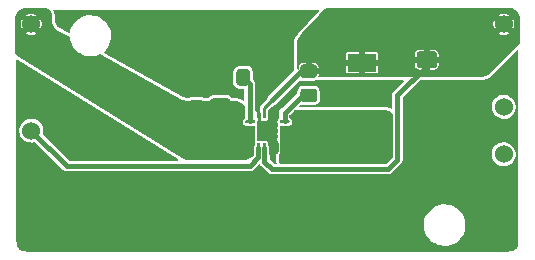
<source format=gbr>
%TF.GenerationSoftware,KiCad,Pcbnew,(5.99.0-1662-g9db296991)*%
%TF.CreationDate,2020-05-29T20:42:40+05:30*%
%TF.ProjectId,TPS62133,54505336-3231-4333-932e-6b696361645f,rev?*%
%TF.SameCoordinates,Original*%
%TF.FileFunction,Copper,L1,Top*%
%TF.FilePolarity,Positive*%
%FSLAX46Y46*%
G04 Gerber Fmt 4.6, Leading zero omitted, Abs format (unit mm)*
G04 Created by KiCad (PCBNEW (5.99.0-1662-g9db296991)) date 2020-05-29 20:42:40*
%MOMM*%
%LPD*%
G01*
G04 APERTURE LIST*
%TA.AperFunction,ComponentPad*%
%ADD10C,1.524000*%
%TD*%
%TA.AperFunction,SMDPad,CuDef*%
%ADD11R,2.400000X1.500000*%
%TD*%
%TA.AperFunction,ViaPad*%
%ADD12C,0.500000*%
%TD*%
%TA.AperFunction,SMDPad,CuDef*%
%ADD13R,1.680000X1.680000*%
%TD*%
%TA.AperFunction,ViaPad*%
%ADD14C,0.800000*%
%TD*%
%TA.AperFunction,Conductor*%
%ADD15C,0.250000*%
%TD*%
%TA.AperFunction,Conductor*%
%ADD16C,0.381000*%
%TD*%
G04 APERTURE END LIST*
D10*
%TO.P,DB1,1,in+*%
%TO.N,/Vin*%
X12000000Y-12000000D03*
%TO.P,DB1,2,GND*%
%TO.N,GNDREF*%
X12000000Y-30000000D03*
%TO.P,DB1,5,en*%
%TO.N,/EN*%
X12000000Y-21000000D03*
%TO.P,DB1,4,GND*%
%TO.N,GNDREF*%
X52000000Y-30000000D03*
%TO.P,DB1,6,D+*%
%TO.N,Net-(DB1-Pad6)*%
X52000000Y-19000000D03*
%TO.P,DB1,3,out+*%
%TO.N,/+5V*%
X52000000Y-12000000D03*
%TO.P,DB1,7,D-*%
%TO.N,Net-(DB1-Pad7)*%
X52000000Y-23000000D03*
%TD*%
%TO.P,C4,2*%
%TO.N,GNDREF*%
%TA.AperFunction,SMDPad,CuDef*%
G36*
G01*
X44875000Y-17275000D02*
X46125000Y-17275000D01*
G75*
G02*
X46375000Y-17525000I0J-250000D01*
G01*
X46375000Y-18450000D01*
G75*
G02*
X46125000Y-18700000I-250000J0D01*
G01*
X44875000Y-18700000D01*
G75*
G02*
X44625000Y-18450000I0J250000D01*
G01*
X44625000Y-17525000D01*
G75*
G02*
X44875000Y-17275000I250000J0D01*
G01*
G37*
%TD.AperFunction*%
%TO.P,C4,1*%
%TO.N,/+5V*%
%TA.AperFunction,SMDPad,CuDef*%
G36*
G01*
X44875000Y-14300000D02*
X46125000Y-14300000D01*
G75*
G02*
X46375000Y-14550000I0J-250000D01*
G01*
X46375000Y-15475000D01*
G75*
G02*
X46125000Y-15725000I-250000J0D01*
G01*
X44875000Y-15725000D01*
G75*
G02*
X44625000Y-15475000I0J250000D01*
G01*
X44625000Y-14550000D01*
G75*
G02*
X44875000Y-14300000I250000J0D01*
G01*
G37*
%TD.AperFunction*%
%TD*%
D11*
%TO.P,L1,2*%
%TO.N,/+5V*%
X40000000Y-15250000D03*
%TO.P,L1,1*%
%TO.N,Net-(L1-Pad1)*%
X40000000Y-20750000D03*
%TD*%
D12*
%TO.N,GNDREF*%
%TO.C,U1*%
X31410000Y-20410000D03*
X32590000Y-20410000D03*
X31410000Y-21590000D03*
X32590000Y-21590000D03*
D13*
%TD*%
%TO.P,U1,17,EP*%
%TO.N,GNDREF*%
X32000000Y-21000000D03*
%TO.P,U1,16,PGND*%
%TO.N,GNDREF*%
%TA.AperFunction,SMDPad,CuDef*%
G36*
G01*
X32875000Y-22112500D02*
X32875000Y-22812500D01*
G75*
G02*
X32812500Y-22875000I-62500J0D01*
G01*
X32687500Y-22875000D01*
G75*
G02*
X32625000Y-22812500I0J62500D01*
G01*
X32625000Y-22112500D01*
G75*
G02*
X32687500Y-22050000I62500J0D01*
G01*
X32812500Y-22050000D01*
G75*
G02*
X32875000Y-22112500I0J-62500D01*
G01*
G37*
%TD.AperFunction*%
%TO.P,U1,15,PGND*%
%TA.AperFunction,SMDPad,CuDef*%
G36*
G01*
X32375000Y-22112500D02*
X32375000Y-22812500D01*
G75*
G02*
X32312500Y-22875000I-62500J0D01*
G01*
X32187500Y-22875000D01*
G75*
G02*
X32125000Y-22812500I0J62500D01*
G01*
X32125000Y-22112500D01*
G75*
G02*
X32187500Y-22050000I62500J0D01*
G01*
X32312500Y-22050000D01*
G75*
G02*
X32375000Y-22112500I0J-62500D01*
G01*
G37*
%TD.AperFunction*%
%TO.P,U1,14,VOS*%
%TO.N,/+5V*%
%TA.AperFunction,SMDPad,CuDef*%
G36*
G01*
X31875000Y-22112500D02*
X31875000Y-22812500D01*
G75*
G02*
X31812500Y-22875000I-62500J0D01*
G01*
X31687500Y-22875000D01*
G75*
G02*
X31625000Y-22812500I0J62500D01*
G01*
X31625000Y-22112500D01*
G75*
G02*
X31687500Y-22050000I62500J0D01*
G01*
X31812500Y-22050000D01*
G75*
G02*
X31875000Y-22112500I0J-62500D01*
G01*
G37*
%TD.AperFunction*%
%TO.P,U1,13,en*%
%TO.N,/EN*%
%TA.AperFunction,SMDPad,CuDef*%
G36*
G01*
X31375000Y-22112500D02*
X31375000Y-22812500D01*
G75*
G02*
X31312500Y-22875000I-62500J0D01*
G01*
X31187500Y-22875000D01*
G75*
G02*
X31125000Y-22812500I0J62500D01*
G01*
X31125000Y-22112500D01*
G75*
G02*
X31187500Y-22050000I62500J0D01*
G01*
X31312500Y-22050000D01*
G75*
G02*
X31375000Y-22112500I0J-62500D01*
G01*
G37*
%TD.AperFunction*%
%TO.P,U1,12,PVin*%
%TO.N,/Vin*%
%TA.AperFunction,SMDPad,CuDef*%
G36*
G01*
X30950000Y-21687500D02*
X30950000Y-21812500D01*
G75*
G02*
X30887500Y-21875000I-62500J0D01*
G01*
X30187500Y-21875000D01*
G75*
G02*
X30125000Y-21812500I0J62500D01*
G01*
X30125000Y-21687500D01*
G75*
G02*
X30187500Y-21625000I62500J0D01*
G01*
X30887500Y-21625000D01*
G75*
G02*
X30950000Y-21687500I0J-62500D01*
G01*
G37*
%TD.AperFunction*%
%TO.P,U1,11,PVin*%
%TA.AperFunction,SMDPad,CuDef*%
G36*
G01*
X30950000Y-21187500D02*
X30950000Y-21312500D01*
G75*
G02*
X30887500Y-21375000I-62500J0D01*
G01*
X30187500Y-21375000D01*
G75*
G02*
X30125000Y-21312500I0J62500D01*
G01*
X30125000Y-21187500D01*
G75*
G02*
X30187500Y-21125000I62500J0D01*
G01*
X30887500Y-21125000D01*
G75*
G02*
X30950000Y-21187500I0J-62500D01*
G01*
G37*
%TD.AperFunction*%
%TO.P,U1,10,AVin*%
%TA.AperFunction,SMDPad,CuDef*%
G36*
G01*
X30950000Y-20687500D02*
X30950000Y-20812500D01*
G75*
G02*
X30887500Y-20875000I-62500J0D01*
G01*
X30187500Y-20875000D01*
G75*
G02*
X30125000Y-20812500I0J62500D01*
G01*
X30125000Y-20687500D01*
G75*
G02*
X30187500Y-20625000I62500J0D01*
G01*
X30887500Y-20625000D01*
G75*
G02*
X30950000Y-20687500I0J-62500D01*
G01*
G37*
%TD.AperFunction*%
%TO.P,U1,9,SS_TR*%
%TO.N,Net-(C2-Pad1)*%
%TA.AperFunction,SMDPad,CuDef*%
G36*
G01*
X30950000Y-20187500D02*
X30950000Y-20312500D01*
G75*
G02*
X30887500Y-20375000I-62500J0D01*
G01*
X30187500Y-20375000D01*
G75*
G02*
X30125000Y-20312500I0J62500D01*
G01*
X30125000Y-20187500D01*
G75*
G02*
X30187500Y-20125000I62500J0D01*
G01*
X30887500Y-20125000D01*
G75*
G02*
X30950000Y-20187500I0J-62500D01*
G01*
G37*
%TD.AperFunction*%
%TO.P,U1,8,DEF*%
%TO.N,GNDREF*%
%TA.AperFunction,SMDPad,CuDef*%
G36*
G01*
X31375000Y-19187500D02*
X31375000Y-19887500D01*
G75*
G02*
X31312500Y-19950000I-62500J0D01*
G01*
X31187500Y-19950000D01*
G75*
G02*
X31125000Y-19887500I0J62500D01*
G01*
X31125000Y-19187500D01*
G75*
G02*
X31187500Y-19125000I62500J0D01*
G01*
X31312500Y-19125000D01*
G75*
G02*
X31375000Y-19187500I0J-62500D01*
G01*
G37*
%TD.AperFunction*%
%TO.P,U1,7,FSW*%
%TO.N,/+5V*%
%TA.AperFunction,SMDPad,CuDef*%
G36*
G01*
X31875000Y-19187500D02*
X31875000Y-19887500D01*
G75*
G02*
X31812500Y-19950000I-62500J0D01*
G01*
X31687500Y-19950000D01*
G75*
G02*
X31625000Y-19887500I0J62500D01*
G01*
X31625000Y-19187500D01*
G75*
G02*
X31687500Y-19125000I62500J0D01*
G01*
X31812500Y-19125000D01*
G75*
G02*
X31875000Y-19187500I0J-62500D01*
G01*
G37*
%TD.AperFunction*%
%TO.P,U1,6,AGND*%
%TO.N,GNDREF*%
%TA.AperFunction,SMDPad,CuDef*%
G36*
G01*
X32375000Y-19187500D02*
X32375000Y-19887500D01*
G75*
G02*
X32312500Y-19950000I-62500J0D01*
G01*
X32187500Y-19950000D01*
G75*
G02*
X32125000Y-19887500I0J62500D01*
G01*
X32125000Y-19187500D01*
G75*
G02*
X32187500Y-19125000I62500J0D01*
G01*
X32312500Y-19125000D01*
G75*
G02*
X32375000Y-19187500I0J-62500D01*
G01*
G37*
%TD.AperFunction*%
%TO.P,U1,5,FB*%
%TA.AperFunction,SMDPad,CuDef*%
G36*
G01*
X32875000Y-19187500D02*
X32875000Y-19887500D01*
G75*
G02*
X32812500Y-19950000I-62500J0D01*
G01*
X32687500Y-19950000D01*
G75*
G02*
X32625000Y-19887500I0J62500D01*
G01*
X32625000Y-19187500D01*
G75*
G02*
X32687500Y-19125000I62500J0D01*
G01*
X32812500Y-19125000D01*
G75*
G02*
X32875000Y-19187500I0J-62500D01*
G01*
G37*
%TD.AperFunction*%
%TO.P,U1,4,PG*%
%TO.N,Net-(R1-Pad1)*%
%TA.AperFunction,SMDPad,CuDef*%
G36*
G01*
X33875000Y-20187500D02*
X33875000Y-20312500D01*
G75*
G02*
X33812500Y-20375000I-62500J0D01*
G01*
X33112500Y-20375000D01*
G75*
G02*
X33050000Y-20312500I0J62500D01*
G01*
X33050000Y-20187500D01*
G75*
G02*
X33112500Y-20125000I62500J0D01*
G01*
X33812500Y-20125000D01*
G75*
G02*
X33875000Y-20187500I0J-62500D01*
G01*
G37*
%TD.AperFunction*%
%TO.P,U1,3,SW*%
%TO.N,Net-(L1-Pad1)*%
%TA.AperFunction,SMDPad,CuDef*%
G36*
G01*
X33875000Y-20687500D02*
X33875000Y-20812500D01*
G75*
G02*
X33812500Y-20875000I-62500J0D01*
G01*
X33112500Y-20875000D01*
G75*
G02*
X33050000Y-20812500I0J62500D01*
G01*
X33050000Y-20687500D01*
G75*
G02*
X33112500Y-20625000I62500J0D01*
G01*
X33812500Y-20625000D01*
G75*
G02*
X33875000Y-20687500I0J-62500D01*
G01*
G37*
%TD.AperFunction*%
%TO.P,U1,2,SW*%
%TA.AperFunction,SMDPad,CuDef*%
G36*
G01*
X33875000Y-21187500D02*
X33875000Y-21312500D01*
G75*
G02*
X33812500Y-21375000I-62500J0D01*
G01*
X33112500Y-21375000D01*
G75*
G02*
X33050000Y-21312500I0J62500D01*
G01*
X33050000Y-21187500D01*
G75*
G02*
X33112500Y-21125000I62500J0D01*
G01*
X33812500Y-21125000D01*
G75*
G02*
X33875000Y-21187500I0J-62500D01*
G01*
G37*
%TD.AperFunction*%
%TO.P,U1,1,SW*%
%TA.AperFunction,SMDPad,CuDef*%
G36*
G01*
X33875000Y-21687500D02*
X33875000Y-21812500D01*
G75*
G02*
X33812500Y-21875000I-62500J0D01*
G01*
X33112500Y-21875000D01*
G75*
G02*
X33050000Y-21812500I0J62500D01*
G01*
X33050000Y-21687500D01*
G75*
G02*
X33112500Y-21625000I62500J0D01*
G01*
X33812500Y-21625000D01*
G75*
G02*
X33875000Y-21687500I0J-62500D01*
G01*
G37*
%TD.AperFunction*%
%TD*%
%TO.P,R1,2*%
%TO.N,/+5V*%
%TA.AperFunction,SMDPad,CuDef*%
G36*
G01*
X35950001Y-16550000D02*
X35049999Y-16550000D01*
G75*
G02*
X34800000Y-16300001I0J249999D01*
G01*
X34800000Y-15649999D01*
G75*
G02*
X35049999Y-15400000I249999J0D01*
G01*
X35950001Y-15400000D01*
G75*
G02*
X36200000Y-15649999I0J-249999D01*
G01*
X36200000Y-16300001D01*
G75*
G02*
X35950001Y-16550000I-249999J0D01*
G01*
G37*
%TD.AperFunction*%
%TO.P,R1,1*%
%TO.N,Net-(R1-Pad1)*%
%TA.AperFunction,SMDPad,CuDef*%
G36*
G01*
X35950001Y-18600000D02*
X35049999Y-18600000D01*
G75*
G02*
X34800000Y-18350001I0J249999D01*
G01*
X34800000Y-17699999D01*
G75*
G02*
X35049999Y-17450000I249999J0D01*
G01*
X35950001Y-17450000D01*
G75*
G02*
X36200000Y-17699999I0J-249999D01*
G01*
X36200000Y-18350001D01*
G75*
G02*
X35950001Y-18600000I-249999J0D01*
G01*
G37*
%TD.AperFunction*%
%TD*%
%TO.P,C3,2*%
%TO.N,GNDREF*%
%TA.AperFunction,SMDPad,CuDef*%
G36*
G01*
X28625000Y-16737500D02*
X27375000Y-16737500D01*
G75*
G02*
X27125000Y-16487500I0J250000D01*
G01*
X27125000Y-15562500D01*
G75*
G02*
X27375000Y-15312500I250000J0D01*
G01*
X28625000Y-15312500D01*
G75*
G02*
X28875000Y-15562500I0J-250000D01*
G01*
X28875000Y-16487500D01*
G75*
G02*
X28625000Y-16737500I-250000J0D01*
G01*
G37*
%TD.AperFunction*%
%TO.P,C3,1*%
%TO.N,/Vin*%
%TA.AperFunction,SMDPad,CuDef*%
G36*
G01*
X28625000Y-19712500D02*
X27375000Y-19712500D01*
G75*
G02*
X27125000Y-19462500I0J250000D01*
G01*
X27125000Y-18537500D01*
G75*
G02*
X27375000Y-18287500I250000J0D01*
G01*
X28625000Y-18287500D01*
G75*
G02*
X28875000Y-18537500I0J-250000D01*
G01*
X28875000Y-19462500D01*
G75*
G02*
X28625000Y-19712500I-250000J0D01*
G01*
G37*
%TD.AperFunction*%
%TD*%
%TO.P,C2,2*%
%TO.N,GNDREF*%
%TA.AperFunction,SMDPad,CuDef*%
G36*
G01*
X31425000Y-16950001D02*
X31425000Y-16049999D01*
G75*
G02*
X31674999Y-15800000I249999J0D01*
G01*
X32325001Y-15800000D01*
G75*
G02*
X32575000Y-16049999I0J-249999D01*
G01*
X32575000Y-16950001D01*
G75*
G02*
X32325001Y-17200000I-249999J0D01*
G01*
X31674999Y-17200000D01*
G75*
G02*
X31425000Y-16950001I0J249999D01*
G01*
G37*
%TD.AperFunction*%
%TO.P,C2,1*%
%TO.N,Net-(C2-Pad1)*%
%TA.AperFunction,SMDPad,CuDef*%
G36*
G01*
X29375000Y-16950001D02*
X29375000Y-16049999D01*
G75*
G02*
X29624999Y-15800000I249999J0D01*
G01*
X30275001Y-15800000D01*
G75*
G02*
X30525000Y-16049999I0J-249999D01*
G01*
X30525000Y-16950001D01*
G75*
G02*
X30275001Y-17200000I-249999J0D01*
G01*
X29624999Y-17200000D01*
G75*
G02*
X29375000Y-16950001I0J249999D01*
G01*
G37*
%TD.AperFunction*%
%TD*%
%TO.P,C1,2*%
%TO.N,GNDREF*%
%TA.AperFunction,SMDPad,CuDef*%
G36*
G01*
X26450001Y-17550000D02*
X25549999Y-17550000D01*
G75*
G02*
X25300000Y-17300001I0J249999D01*
G01*
X25300000Y-16649999D01*
G75*
G02*
X25549999Y-16400000I249999J0D01*
G01*
X26450001Y-16400000D01*
G75*
G02*
X26700000Y-16649999I0J-249999D01*
G01*
X26700000Y-17300001D01*
G75*
G02*
X26450001Y-17550000I-249999J0D01*
G01*
G37*
%TD.AperFunction*%
%TO.P,C1,1*%
%TO.N,/Vin*%
%TA.AperFunction,SMDPad,CuDef*%
G36*
G01*
X26450001Y-19600000D02*
X25549999Y-19600000D01*
G75*
G02*
X25300000Y-19350001I0J249999D01*
G01*
X25300000Y-18699999D01*
G75*
G02*
X25549999Y-18450000I249999J0D01*
G01*
X26450001Y-18450000D01*
G75*
G02*
X26700000Y-18699999I0J-249999D01*
G01*
X26700000Y-19350001D01*
G75*
G02*
X26450001Y-19600000I-249999J0D01*
G01*
G37*
%TD.AperFunction*%
%TD*%
D14*
%TO.N,GNDREF*%
X47000000Y-20500000D03*
X46000000Y-20500000D03*
X45000000Y-20500000D03*
X44000000Y-20500000D03*
X44000000Y-19500000D03*
X44000000Y-18500000D03*
X47000000Y-17500000D03*
X47000000Y-18500000D03*
X47000000Y-19500000D03*
X46000000Y-19500000D03*
X45000000Y-19500000D03*
X33500000Y-14000000D03*
X33500000Y-15000000D03*
X29500000Y-14000000D03*
X30500000Y-14000000D03*
X24500000Y-17500000D03*
X24500000Y-16500000D03*
X24500000Y-15500000D03*
X24500000Y-14500000D03*
X24500000Y-13500000D03*
X31500000Y-18000000D03*
X33500000Y-16000000D03*
X32500000Y-14000000D03*
X31500000Y-14000000D03*
X32500000Y-15000000D03*
X31500000Y-15000000D03*
X25500000Y-13500000D03*
X26500000Y-13500000D03*
X27500000Y-13500000D03*
X28500000Y-13500000D03*
X28500000Y-14500000D03*
X27500000Y-14500000D03*
X26500000Y-14500000D03*
X25500000Y-14500000D03*
X26500000Y-15500000D03*
X25500000Y-15500000D03*
%TD*%
D15*
%TO.N,/+5V*%
X31750000Y-19077692D02*
X31750000Y-19537500D01*
X32427692Y-18400000D02*
X31750000Y-19077692D01*
D16*
%TO.N,Net-(C2-Pad1)*%
X30500000Y-17050000D02*
X30500000Y-20196990D01*
X29950000Y-16500000D02*
X30500000Y-17050000D01*
X30500000Y-20196990D02*
X30537500Y-20234490D01*
%TO.N,/+5V*%
X35500000Y-15975000D02*
X34852692Y-15975000D01*
X34852692Y-15975000D02*
X32427692Y-18400000D01*
X43000000Y-23500000D02*
X43000000Y-18000000D01*
X32350000Y-24250000D02*
X42250000Y-24250000D01*
X31750000Y-22462500D02*
X31750000Y-23650000D01*
X42250000Y-24250000D02*
X43000000Y-23500000D01*
X45500000Y-15500000D02*
X45500000Y-15012500D01*
X31750000Y-23650000D02*
X32350000Y-24250000D01*
X43000000Y-18000000D02*
X45500000Y-15500000D01*
D15*
%TO.N,GNDREF*%
X31250000Y-19537500D02*
X31275010Y-19562510D01*
X31275010Y-19562510D02*
X31275010Y-20275010D01*
X31275010Y-20275010D02*
X31410000Y-20410000D01*
D16*
%TO.N,Net-(R1-Pad1)*%
X34975000Y-18025000D02*
X33462500Y-19537500D01*
X35500000Y-18025000D02*
X34975000Y-18025000D01*
X33462500Y-19537500D02*
X33462500Y-20234490D01*
%TO.N,/EN*%
X15000000Y-24000000D02*
X30500000Y-24000000D01*
X12000000Y-21000000D02*
X15000000Y-24000000D01*
X30500000Y-24000000D02*
X31234490Y-23265510D01*
X31234490Y-23265510D02*
X31234490Y-22462500D01*
%TD*%
%TO.N,GNDREF*%
G36*
X53227694Y-14219904D02*
G01*
X53246000Y-14264098D01*
X53246001Y-30452555D01*
X53243255Y-30470878D01*
X53242349Y-30473831D01*
X53225225Y-30642419D01*
X53222685Y-30654793D01*
X53181777Y-30785332D01*
X53176801Y-30796943D01*
X53110472Y-30916603D01*
X53103263Y-30926975D01*
X53014239Y-31030842D01*
X53005091Y-31039554D01*
X52896993Y-31123403D01*
X52886280Y-31130097D01*
X52763530Y-31190497D01*
X52751690Y-31194900D01*
X52615470Y-31230382D01*
X52604511Y-31232216D01*
X52480125Y-31241788D01*
X52473362Y-31243683D01*
X52456503Y-31246000D01*
X11547441Y-31246000D01*
X11529118Y-31243254D01*
X11526168Y-31242349D01*
X11357581Y-31225225D01*
X11345207Y-31222685D01*
X11214668Y-31181777D01*
X11203057Y-31176801D01*
X11083397Y-31110472D01*
X11073025Y-31103263D01*
X10969158Y-31014239D01*
X10960446Y-31005091D01*
X10876597Y-30896993D01*
X10869903Y-30886280D01*
X10809503Y-30763530D01*
X10805100Y-30751690D01*
X10769618Y-30615470D01*
X10767784Y-30604511D01*
X10758212Y-30480125D01*
X10756317Y-30473362D01*
X10754000Y-30456503D01*
X10754000Y-29084397D01*
X45243109Y-29084397D01*
X45274879Y-29343148D01*
X45344549Y-29594368D01*
X45450587Y-29832532D01*
X45590661Y-30052405D01*
X45761697Y-30249159D01*
X45959935Y-30418470D01*
X46181027Y-30556624D01*
X46420101Y-30660575D01*
X46671927Y-30728051D01*
X46930945Y-30757562D01*
X47191488Y-30748464D01*
X47447825Y-30700955D01*
X47694324Y-30616077D01*
X47925572Y-30495696D01*
X48136484Y-30342459D01*
X48322425Y-30159735D01*
X48479317Y-29951532D01*
X48603715Y-29722420D01*
X48692881Y-29477438D01*
X48744854Y-29221977D01*
X48754081Y-28869649D01*
X48715546Y-28611809D01*
X48639326Y-28362503D01*
X48527089Y-28127193D01*
X48381303Y-27911058D01*
X48205183Y-27718858D01*
X48002572Y-27554786D01*
X47777952Y-27422475D01*
X47536226Y-27324812D01*
X47282730Y-27263954D01*
X47023010Y-27241233D01*
X46762810Y-27257148D01*
X46507803Y-27311351D01*
X46263609Y-27402653D01*
X46035600Y-27529040D01*
X45828767Y-27687749D01*
X45647668Y-27875281D01*
X45496280Y-28087519D01*
X45377924Y-28319807D01*
X45295202Y-28567039D01*
X45249932Y-28823780D01*
X45243109Y-29084397D01*
X10754000Y-29084397D01*
X10754000Y-15068959D01*
X10772306Y-15024765D01*
X10816500Y-15006459D01*
X10849460Y-15015856D01*
X24418304Y-23437897D01*
X24446200Y-23476757D01*
X24438447Y-23523960D01*
X24385344Y-23553500D01*
X15210834Y-23553500D01*
X15166640Y-23535194D01*
X12990337Y-21358892D01*
X12973584Y-21300851D01*
X13012865Y-21127958D01*
X13016043Y-20900376D01*
X12977341Y-20704920D01*
X12901414Y-20520710D01*
X12791152Y-20354753D01*
X12650753Y-20213368D01*
X12485567Y-20101951D01*
X12301889Y-20024740D01*
X12106724Y-19984679D01*
X12106706Y-19984678D01*
X11907470Y-19983287D01*
X11711748Y-20020624D01*
X11527014Y-20095261D01*
X11360293Y-20204361D01*
X11217932Y-20343770D01*
X11105364Y-20508171D01*
X11026872Y-20691310D01*
X10985447Y-20886196D01*
X10982665Y-21085427D01*
X11018635Y-21281404D01*
X11091979Y-21466655D01*
X11199916Y-21634138D01*
X11338325Y-21777465D01*
X11501938Y-21891179D01*
X11684525Y-21970949D01*
X11879123Y-22013733D01*
X12078320Y-22017906D01*
X12274547Y-21983306D01*
X12292270Y-21976432D01*
X12359064Y-21990509D01*
X14668563Y-24300009D01*
X14672247Y-24304029D01*
X14708568Y-24347315D01*
X14757518Y-24375576D01*
X14762116Y-24378506D01*
X14808391Y-24410907D01*
X14819711Y-24413941D01*
X14834782Y-24420184D01*
X14844931Y-24426043D01*
X14900578Y-24435855D01*
X14905903Y-24437036D01*
X14960484Y-24451662D01*
X15016768Y-24446738D01*
X15022215Y-24446500D01*
X30477788Y-24446500D01*
X30483236Y-24446738D01*
X30539515Y-24451662D01*
X30594098Y-24437035D01*
X30599424Y-24435854D01*
X30655068Y-24426043D01*
X30665216Y-24420184D01*
X30680294Y-24413938D01*
X30691610Y-24410906D01*
X30737878Y-24378509D01*
X30742476Y-24375579D01*
X30791432Y-24347314D01*
X30827760Y-24304021D01*
X30831444Y-24300001D01*
X31266139Y-23865306D01*
X31310333Y-23847000D01*
X31361531Y-23873653D01*
X31371504Y-23887897D01*
X31374433Y-23892495D01*
X31402686Y-23941432D01*
X31445973Y-23977754D01*
X31449993Y-23981438D01*
X32018563Y-24550009D01*
X32022247Y-24554029D01*
X32058568Y-24597315D01*
X32107518Y-24625576D01*
X32112116Y-24628506D01*
X32158391Y-24660907D01*
X32169711Y-24663941D01*
X32184782Y-24670184D01*
X32194931Y-24676043D01*
X32250578Y-24685855D01*
X32255903Y-24687036D01*
X32310484Y-24701662D01*
X32366763Y-24696738D01*
X32372211Y-24696500D01*
X42227788Y-24696500D01*
X42233236Y-24696738D01*
X42289515Y-24701662D01*
X42344098Y-24687035D01*
X42349424Y-24685854D01*
X42405068Y-24676043D01*
X42415216Y-24670184D01*
X42430294Y-24663938D01*
X42441610Y-24660906D01*
X42487878Y-24628509D01*
X42492476Y-24625579D01*
X42541432Y-24597314D01*
X42577760Y-24554021D01*
X42581444Y-24550001D01*
X43300011Y-23831435D01*
X43304031Y-23827751D01*
X43347316Y-23791431D01*
X43375577Y-23742481D01*
X43378507Y-23737883D01*
X43410907Y-23691609D01*
X43413941Y-23680289D01*
X43420184Y-23665218D01*
X43426043Y-23655069D01*
X43435855Y-23599422D01*
X43437036Y-23594097D01*
X43451662Y-23539516D01*
X43446738Y-23483237D01*
X43446500Y-23477789D01*
X43446500Y-23085427D01*
X50982665Y-23085427D01*
X51018635Y-23281404D01*
X51091979Y-23466655D01*
X51199916Y-23634138D01*
X51338325Y-23777465D01*
X51501938Y-23891179D01*
X51684525Y-23970949D01*
X51879123Y-24013733D01*
X52078320Y-24017906D01*
X52274548Y-23983306D01*
X52460307Y-23911254D01*
X52628540Y-23804491D01*
X52772828Y-23667088D01*
X52887683Y-23504268D01*
X52968722Y-23322253D01*
X53012865Y-23127958D01*
X53016043Y-22900376D01*
X52977341Y-22704920D01*
X52901414Y-22520710D01*
X52791152Y-22354753D01*
X52650753Y-22213368D01*
X52485567Y-22101951D01*
X52301889Y-22024740D01*
X52106724Y-21984679D01*
X52106706Y-21984678D01*
X51907470Y-21983287D01*
X51711748Y-22020624D01*
X51527014Y-22095261D01*
X51360293Y-22204361D01*
X51217932Y-22343770D01*
X51105364Y-22508171D01*
X51026872Y-22691310D01*
X50985447Y-22886196D01*
X50982665Y-23085427D01*
X43446500Y-23085427D01*
X43446500Y-19085427D01*
X50982665Y-19085427D01*
X51018635Y-19281404D01*
X51091979Y-19466655D01*
X51199916Y-19634138D01*
X51338325Y-19777465D01*
X51501938Y-19891179D01*
X51684525Y-19970949D01*
X51879123Y-20013733D01*
X52078320Y-20017906D01*
X52274548Y-19983306D01*
X52460307Y-19911254D01*
X52628540Y-19804491D01*
X52772828Y-19667088D01*
X52887683Y-19504268D01*
X52968722Y-19322253D01*
X53012865Y-19127958D01*
X53016043Y-18900376D01*
X52977341Y-18704920D01*
X52901414Y-18520710D01*
X52791152Y-18354753D01*
X52650753Y-18213368D01*
X52485567Y-18101951D01*
X52301889Y-18024740D01*
X52106724Y-17984679D01*
X52106706Y-17984678D01*
X51907470Y-17983287D01*
X51711748Y-18020624D01*
X51527014Y-18095261D01*
X51360293Y-18204361D01*
X51217932Y-18343770D01*
X51105364Y-18508171D01*
X51026872Y-18691310D01*
X50985447Y-18886196D01*
X50982665Y-19085427D01*
X43446500Y-19085427D01*
X43446500Y-18210833D01*
X43464806Y-18166639D01*
X44859140Y-16772306D01*
X44903334Y-16754000D01*
X50085776Y-16754000D01*
X50110687Y-16752776D01*
X50305779Y-16733561D01*
X50354609Y-16723847D01*
X50542213Y-16666939D01*
X50588204Y-16647888D01*
X50761092Y-16555479D01*
X50802491Y-16527815D01*
X50954038Y-16403443D01*
X50972513Y-16386698D01*
X53139306Y-14219904D01*
X53183500Y-14201598D01*
X53227694Y-14219904D01*
G37*
G36*
X36328730Y-10772306D02*
G01*
X36347036Y-10816500D01*
X36330782Y-10858542D01*
X34572101Y-12793091D01*
X34557181Y-12811108D01*
X34446353Y-12958237D01*
X34421768Y-12998036D01*
X34339813Y-13162982D01*
X34322938Y-13206627D01*
X34272625Y-13383805D01*
X34264040Y-13429817D01*
X34247081Y-13613185D01*
X34246000Y-13636605D01*
X34246000Y-15499990D01*
X34247224Y-15524901D01*
X34266439Y-15719992D01*
X34276153Y-15768822D01*
X34300486Y-15849038D01*
X34284871Y-15911375D01*
X32084352Y-18111894D01*
X32016785Y-18208392D01*
X31997802Y-18279233D01*
X31981626Y-18307250D01*
X31511483Y-18777394D01*
X31502012Y-18785167D01*
X31475314Y-18803006D01*
X31394527Y-18923914D01*
X31392563Y-18926307D01*
X31391107Y-18929032D01*
X31361536Y-19077692D01*
X31367799Y-19109179D01*
X31369000Y-19121372D01*
X31369000Y-19167608D01*
X31367799Y-19179800D01*
X31366024Y-19188722D01*
X31366024Y-19886277D01*
X31390589Y-20009768D01*
X31460541Y-20114459D01*
X31565234Y-20184412D01*
X31688724Y-20208976D01*
X31811276Y-20208976D01*
X31925307Y-20186294D01*
X31972223Y-20195626D01*
X32000000Y-20247593D01*
X32000000Y-20095275D01*
X32010533Y-20060551D01*
X32058545Y-19988697D01*
X32078918Y-19886276D01*
X32078918Y-19237109D01*
X32097224Y-19192915D01*
X32271833Y-19018306D01*
X32316027Y-19000000D01*
X32505938Y-19000000D01*
X32466264Y-18977095D01*
X32453884Y-18930889D01*
X32471655Y-18894853D01*
X32520442Y-18846066D01*
X32548459Y-18829890D01*
X32619301Y-18810907D01*
X32715798Y-18743340D01*
X34720182Y-16738956D01*
X34764376Y-16720650D01*
X34795626Y-16729023D01*
X34878822Y-16777055D01*
X35053859Y-16807918D01*
X35946150Y-16807917D01*
X36139419Y-16756130D01*
X36155595Y-16754000D01*
X43463667Y-16754000D01*
X43507861Y-16772306D01*
X43526167Y-16816500D01*
X43507861Y-16860694D01*
X42699992Y-17668563D01*
X42695972Y-17672247D01*
X42652685Y-17708569D01*
X42624433Y-17757505D01*
X42621503Y-17762105D01*
X42589092Y-17808392D01*
X42586060Y-17819709D01*
X42579817Y-17834782D01*
X42573956Y-17844934D01*
X42564145Y-17900576D01*
X42562965Y-17905901D01*
X42548338Y-17960485D01*
X42553263Y-18016775D01*
X42553501Y-18022223D01*
X42553501Y-19089543D01*
X42535195Y-19133737D01*
X42491001Y-19152043D01*
X42459752Y-19143670D01*
X42440092Y-19132320D01*
X42319489Y-19082367D01*
X42255459Y-19065210D01*
X42126037Y-19048173D01*
X42092894Y-19046000D01*
X34736334Y-19046000D01*
X34692140Y-19027694D01*
X34673834Y-18983500D01*
X34692140Y-18939306D01*
X34797723Y-18833723D01*
X34841917Y-18815417D01*
X34873169Y-18823792D01*
X34878820Y-18827055D01*
X35053859Y-18857918D01*
X35946151Y-18857917D01*
X36202032Y-18789353D01*
X36338185Y-18675106D01*
X36427055Y-18521179D01*
X36457918Y-18346141D01*
X36457917Y-17703849D01*
X36389353Y-17447968D01*
X36275106Y-17311815D01*
X36121179Y-17222945D01*
X35946140Y-17192082D01*
X35053849Y-17192083D01*
X34797968Y-17260647D01*
X34661815Y-17374894D01*
X34572945Y-17528821D01*
X34542082Y-17703860D01*
X34542082Y-17800584D01*
X34523776Y-17844778D01*
X33302708Y-19065847D01*
X33275304Y-19081667D01*
X33275321Y-19081716D01*
X33275074Y-19081800D01*
X33274684Y-19082025D01*
X33273379Y-19082375D01*
X33152799Y-19132322D01*
X33095367Y-19165480D01*
X33001945Y-19237166D01*
X33000000Y-19237687D01*
X33000000Y-19915600D01*
X32972223Y-19967567D01*
X32924473Y-19999473D01*
X32866455Y-20086303D01*
X32846082Y-20188724D01*
X32846082Y-20311276D01*
X32866456Y-20413699D01*
X32900919Y-20465277D01*
X32910251Y-20512193D01*
X32900919Y-20534723D01*
X32866455Y-20586303D01*
X32846082Y-20688724D01*
X32846082Y-20811276D01*
X32866456Y-20913699D01*
X32900919Y-20965277D01*
X32910251Y-21012193D01*
X32900919Y-21034723D01*
X32866455Y-21086303D01*
X32846082Y-21188724D01*
X32846082Y-21311276D01*
X32866456Y-21413699D01*
X32900919Y-21465277D01*
X32910251Y-21512193D01*
X32900919Y-21534723D01*
X32866455Y-21586303D01*
X32846082Y-21688724D01*
X32846082Y-21811276D01*
X32866456Y-21913699D01*
X32924473Y-22000527D01*
X32972223Y-22032433D01*
X33000000Y-22084400D01*
X33000000Y-22595906D01*
X32999465Y-22604064D01*
X32984037Y-22721252D01*
X32979815Y-22737012D01*
X32936163Y-22842398D01*
X32928004Y-22856528D01*
X32858562Y-22947026D01*
X32847026Y-22958562D01*
X32756528Y-23028004D01*
X32742398Y-23036163D01*
X32659585Y-23070465D01*
X32707418Y-23070466D01*
X32746000Y-23128208D01*
X32746000Y-23500001D01*
X32748176Y-23533181D01*
X32765211Y-23662568D01*
X32781892Y-23724824D01*
X32775648Y-23772250D01*
X32721522Y-23803500D01*
X32560834Y-23803500D01*
X32516640Y-23785194D01*
X32214806Y-23483361D01*
X32196500Y-23439167D01*
X32196500Y-23104391D01*
X32198392Y-23099821D01*
X32498640Y-23099821D01*
X32500002Y-23100000D01*
X32610694Y-23085427D01*
X32504064Y-23099465D01*
X32498640Y-23099821D01*
X32198392Y-23099821D01*
X32199297Y-23097638D01*
X32166463Y-23084037D01*
X32621252Y-23084037D01*
X32629410Y-23082963D01*
X32637006Y-23079817D01*
X32621252Y-23084037D01*
X32166463Y-23084037D01*
X32160806Y-23081694D01*
X32142500Y-23037500D01*
X32142500Y-22423844D01*
X32119725Y-22309352D01*
X32089452Y-22264046D01*
X32078918Y-22229322D01*
X32078918Y-22113724D01*
X32058545Y-22011303D01*
X32010533Y-21939449D01*
X32000000Y-21904725D01*
X32000000Y-21752407D01*
X31981694Y-21796601D01*
X31925307Y-21813706D01*
X31811275Y-21791024D01*
X31688725Y-21791024D01*
X31565230Y-21815590D01*
X31534723Y-21835974D01*
X31487807Y-21845306D01*
X31465277Y-21835974D01*
X31434766Y-21815588D01*
X31311278Y-21791024D01*
X31310370Y-21790935D01*
X31310099Y-21790790D01*
X31308264Y-21790425D01*
X31308375Y-21789868D01*
X31268184Y-21768382D01*
X31254000Y-21728736D01*
X31254000Y-20035198D01*
X31252773Y-20010243D01*
X31242189Y-19902904D01*
X31243470Y-19898680D01*
X31241326Y-19894148D01*
X31233519Y-19814970D01*
X31223782Y-19766071D01*
X31166753Y-19578289D01*
X31147669Y-19532272D01*
X31055062Y-19359233D01*
X31027351Y-19317816D01*
X30960716Y-19236743D01*
X30946500Y-19197058D01*
X30946500Y-17072208D01*
X30946738Y-17066760D01*
X30951662Y-17010484D01*
X30937036Y-16955902D01*
X30935855Y-16950578D01*
X30926043Y-16894931D01*
X30920184Y-16884782D01*
X30913941Y-16869711D01*
X30910907Y-16858389D01*
X30878498Y-16812104D01*
X30875568Y-16807505D01*
X30847315Y-16758568D01*
X30805244Y-16723266D01*
X30782918Y-16675388D01*
X30782917Y-16053849D01*
X30714353Y-15797968D01*
X30600106Y-15661815D01*
X30446179Y-15572945D01*
X30271140Y-15542082D01*
X29628849Y-15542083D01*
X29372968Y-15610647D01*
X29236815Y-15724894D01*
X29147945Y-15878821D01*
X29117082Y-16053860D01*
X29117083Y-16946151D01*
X29185647Y-17202032D01*
X29299894Y-17338185D01*
X29453821Y-17427055D01*
X29628859Y-17457918D01*
X29991000Y-17457918D01*
X30035194Y-17476224D01*
X30053500Y-17520418D01*
X30053500Y-18446948D01*
X30035194Y-18491142D01*
X29991000Y-18509448D01*
X29956331Y-18498951D01*
X29892811Y-18456604D01*
X29871465Y-18443838D01*
X29698801Y-18351741D01*
X29652869Y-18332754D01*
X29465577Y-18276046D01*
X29416826Y-18266366D01*
X29222069Y-18247219D01*
X29197222Y-18246000D01*
X29060378Y-18246000D01*
X29012500Y-18223674D01*
X28950106Y-18149315D01*
X28796177Y-18060445D01*
X28621139Y-18029582D01*
X27378850Y-18029583D01*
X27122969Y-18098147D01*
X26986815Y-18212394D01*
X26985455Y-18214750D01*
X26984258Y-18215441D01*
X26983300Y-18216583D01*
X26982884Y-18216234D01*
X26931328Y-18246000D01*
X26677859Y-18246000D01*
X26646609Y-18237627D01*
X26621180Y-18222945D01*
X26446140Y-18192082D01*
X25553850Y-18192083D01*
X25360581Y-18243870D01*
X25344405Y-18246000D01*
X25272506Y-18246000D01*
X25267230Y-18245777D01*
X25139060Y-18234919D01*
X25128658Y-18233144D01*
X25017129Y-18204243D01*
X25007175Y-18200743D01*
X24889865Y-18147992D01*
X24885144Y-18145625D01*
X18174529Y-14417507D01*
X18144787Y-14380042D01*
X18161075Y-14318294D01*
X18322425Y-14159735D01*
X18479317Y-13951532D01*
X18603715Y-13722420D01*
X18692881Y-13477438D01*
X18744854Y-13221977D01*
X18754081Y-12869649D01*
X18715546Y-12611809D01*
X18639326Y-12362503D01*
X18527089Y-12127193D01*
X18381303Y-11911058D01*
X18205183Y-11718858D01*
X18002572Y-11554786D01*
X17777952Y-11422475D01*
X17536226Y-11324812D01*
X17282730Y-11263954D01*
X17023010Y-11241233D01*
X16762810Y-11257148D01*
X16507803Y-11311351D01*
X16263609Y-11402653D01*
X16035600Y-11529040D01*
X15828767Y-11687749D01*
X15647668Y-11875281D01*
X15496280Y-12087519D01*
X15377924Y-12319807D01*
X15295199Y-12567051D01*
X15270148Y-12709122D01*
X15244447Y-12749466D01*
X15178245Y-12752904D01*
X14402440Y-12321901D01*
X14396811Y-12318370D01*
X14264601Y-12225282D01*
X14254622Y-12216532D01*
X14156525Y-12110082D01*
X14148619Y-12099423D01*
X14075213Y-11974668D01*
X14069736Y-11962581D01*
X14024322Y-11825135D01*
X14021519Y-11812162D01*
X14004353Y-11651385D01*
X14004000Y-11644750D01*
X14003999Y-11374993D01*
X14002403Y-11346566D01*
X13980464Y-11151850D01*
X13967810Y-11096408D01*
X13903097Y-10911467D01*
X13878416Y-10860216D01*
X13871841Y-10849752D01*
X13863828Y-10802592D01*
X13891509Y-10763580D01*
X13924761Y-10754000D01*
X36284536Y-10754000D01*
X36328730Y-10772306D01*
G37*
%TO.N,/Vin*%
G36*
X13334109Y-10636580D02*
G01*
X13414592Y-10687151D01*
X13425534Y-10695877D01*
X13554123Y-10824466D01*
X13562849Y-10835408D01*
X13659600Y-10989388D01*
X13665673Y-11001998D01*
X13725736Y-11173648D01*
X13728850Y-11187292D01*
X13749607Y-11371512D01*
X13750000Y-11378510D01*
X13750000Y-11661593D01*
X13772544Y-11872733D01*
X13839160Y-12074355D01*
X13946837Y-12257354D01*
X13946845Y-12257365D01*
X14090737Y-12413509D01*
X14264349Y-12535749D01*
X15272910Y-13096061D01*
X15304988Y-13147752D01*
X15307889Y-13209265D01*
X15359011Y-13462804D01*
X15359013Y-13462811D01*
X15447894Y-13705691D01*
X15447901Y-13705705D01*
X15572500Y-13932349D01*
X15729951Y-14137545D01*
X15916632Y-14316566D01*
X16128247Y-14465292D01*
X16128248Y-14465293D01*
X16359914Y-14580290D01*
X16359929Y-14580297D01*
X16606307Y-14658926D01*
X16606315Y-14658928D01*
X16861782Y-14699390D01*
X17120411Y-14700745D01*
X17376289Y-14662961D01*
X17376294Y-14662960D01*
X17623502Y-14586908D01*
X17772324Y-14514965D01*
X17829879Y-14516600D01*
X24773481Y-18374155D01*
X24773486Y-18374158D01*
X24927463Y-18443398D01*
X25090894Y-18485747D01*
X25090901Y-18485748D01*
X25259128Y-18500000D01*
X29194160Y-18500000D01*
X29200275Y-18500300D01*
X29385857Y-18518546D01*
X29397853Y-18520928D01*
X29573380Y-18574073D01*
X29584683Y-18578745D01*
X29749221Y-18666508D01*
X29754476Y-18669651D01*
X30079670Y-18886446D01*
X30107501Y-18938449D01*
X30107501Y-19893883D01*
X30079724Y-19945850D01*
X29999473Y-19999473D01*
X29941456Y-20086301D01*
X29941455Y-20086303D01*
X29921082Y-20188724D01*
X29921082Y-20311276D01*
X29941455Y-20413697D01*
X29941456Y-20413699D01*
X29999473Y-20500527D01*
X30086301Y-20558544D01*
X30086303Y-20558545D01*
X30188724Y-20578918D01*
X30327535Y-20578918D01*
X30362259Y-20589452D01*
X30384353Y-20604215D01*
X30384356Y-20604216D01*
X30537498Y-20634678D01*
X30537500Y-20634678D01*
X30690644Y-20604216D01*
X30690649Y-20604214D01*
X30712741Y-20589452D01*
X30747465Y-20578918D01*
X30886281Y-20578918D01*
X30887460Y-20578802D01*
X30887842Y-20578918D01*
X30889345Y-20578918D01*
X30889345Y-20579374D01*
X30933235Y-20592691D01*
X30956082Y-20641001D01*
X30956082Y-21574246D01*
X30955313Y-21584019D01*
X30954932Y-21586425D01*
X30954932Y-21586426D01*
X30955458Y-21590120D01*
X30956082Y-21598930D01*
X30956082Y-21840001D01*
X30972805Y-21924073D01*
X30970376Y-21924556D01*
X30965355Y-21975533D01*
X30941456Y-22011301D01*
X30941455Y-22011303D01*
X30921082Y-22113724D01*
X30921082Y-22206111D01*
X30910549Y-22240834D01*
X30864766Y-22309353D01*
X30864765Y-22309355D01*
X30841991Y-22423844D01*
X30841991Y-22423846D01*
X30841990Y-23020233D01*
X30834654Y-23049613D01*
X30834417Y-23050058D01*
X30827566Y-23060328D01*
X30711012Y-23202349D01*
X30702348Y-23211012D01*
X30560326Y-23327566D01*
X30550139Y-23334373D01*
X30388114Y-23420977D01*
X30376795Y-23425666D01*
X30200979Y-23478999D01*
X30188962Y-23481389D01*
X30003056Y-23499699D01*
X29996930Y-23500000D01*
X25288008Y-23500000D01*
X25282230Y-23499732D01*
X25106790Y-23483443D01*
X25095431Y-23481316D01*
X24928773Y-23433799D01*
X24918000Y-23429616D01*
X24760348Y-23350935D01*
X24755298Y-23348116D01*
X10975332Y-14795034D01*
X10970119Y-14791419D01*
X10817169Y-14673441D01*
X10807973Y-14664726D01*
X10684037Y-14520742D01*
X10676788Y-14510352D01*
X10634882Y-14435020D01*
X10627000Y-14404637D01*
X10627000Y-12782273D01*
X11576937Y-12782273D01*
X11636418Y-12816613D01*
X11636426Y-12816617D01*
X11814147Y-12874361D01*
X12000000Y-12893896D01*
X12185853Y-12874361D01*
X12363574Y-12816617D01*
X12363582Y-12816613D01*
X12423063Y-12782273D01*
X12000000Y-12359210D01*
X11576937Y-12782273D01*
X10627000Y-12782273D01*
X10627000Y-11906562D01*
X11111001Y-11906562D01*
X11111001Y-12093438D01*
X11149853Y-12276224D01*
X11149856Y-12276232D01*
X11215998Y-12424792D01*
X11640790Y-12000000D01*
X12359210Y-12000000D01*
X12784002Y-12424792D01*
X12850144Y-12276232D01*
X12850147Y-12276224D01*
X12888999Y-12093438D01*
X12888999Y-11906562D01*
X12850147Y-11723776D01*
X12850144Y-11723768D01*
X12784002Y-11575208D01*
X12359210Y-12000000D01*
X11640790Y-12000000D01*
X11215998Y-11575208D01*
X11149856Y-11723768D01*
X11149853Y-11723776D01*
X11111001Y-11906562D01*
X10627000Y-11906562D01*
X10627000Y-11539795D01*
X10628870Y-11524621D01*
X10631683Y-11513380D01*
X10631685Y-11513371D01*
X10650108Y-11331992D01*
X10652648Y-11319618D01*
X10684578Y-11217727D01*
X11576937Y-11217727D01*
X12000000Y-11640790D01*
X12423063Y-11217727D01*
X12363582Y-11183387D01*
X12363574Y-11183383D01*
X12185853Y-11125639D01*
X12000000Y-11106104D01*
X11814147Y-11125639D01*
X11636426Y-11183383D01*
X11636418Y-11183387D01*
X11576937Y-11217727D01*
X10684578Y-11217727D01*
X10701249Y-11164532D01*
X10706225Y-11152921D01*
X10785024Y-11010764D01*
X10792233Y-11000392D01*
X10897995Y-10876997D01*
X10907144Y-10868285D01*
X11035571Y-10768668D01*
X11046283Y-10761974D01*
X11192103Y-10690221D01*
X11203943Y-10685818D01*
X11363548Y-10644244D01*
X11374507Y-10642410D01*
X11510153Y-10631972D01*
X11510161Y-10631970D01*
X11512579Y-10631054D01*
X11534721Y-10627000D01*
X13300857Y-10627000D01*
X13334109Y-10636580D01*
G37*
%TO.N,Net-(L1-Pad1)*%
G36*
X42096957Y-19300535D02*
G01*
X42214145Y-19315963D01*
X42229905Y-19320186D01*
X42335288Y-19363837D01*
X42349418Y-19371994D01*
X42443202Y-19443957D01*
X42449348Y-19449348D01*
X42589195Y-19589195D01*
X42607501Y-19633389D01*
X42607500Y-23311533D01*
X42589194Y-23355727D01*
X42105728Y-23839194D01*
X42061534Y-23857500D01*
X33180297Y-23857500D01*
X33130713Y-23833048D01*
X33071996Y-23756528D01*
X33063837Y-23742398D01*
X33020185Y-23637012D01*
X33015963Y-23621252D01*
X33000535Y-23504064D01*
X33000000Y-23495906D01*
X33000000Y-23020275D01*
X33010533Y-22985551D01*
X33058545Y-22913697D01*
X33078918Y-22811276D01*
X33078918Y-22113724D01*
X33058545Y-22011303D01*
X33058544Y-22011301D01*
X33034645Y-21975533D01*
X33029624Y-21924556D01*
X33027195Y-21924073D01*
X33043918Y-21840001D01*
X33043918Y-20641001D01*
X33062224Y-20596807D01*
X33110655Y-20579477D01*
X33110655Y-20578918D01*
X33112216Y-20578918D01*
X33112540Y-20578802D01*
X33113719Y-20578918D01*
X33252535Y-20578918D01*
X33287259Y-20589452D01*
X33309353Y-20604215D01*
X33309356Y-20604216D01*
X33462499Y-20634679D01*
X33462501Y-20634679D01*
X33615645Y-20604216D01*
X33615648Y-20604215D01*
X33637742Y-20589452D01*
X33672466Y-20578918D01*
X33811276Y-20578918D01*
X33913697Y-20558545D01*
X33913699Y-20558544D01*
X34000527Y-20500527D01*
X34058544Y-20413699D01*
X34058545Y-20413697D01*
X34078918Y-20311276D01*
X34078918Y-20188724D01*
X34058545Y-20086303D01*
X34058544Y-20086301D01*
X34000527Y-19999473D01*
X33913699Y-19941456D01*
X33913698Y-19941455D01*
X33905307Y-19939786D01*
X33865533Y-19913211D01*
X33855000Y-19878487D01*
X33855000Y-19725966D01*
X33873306Y-19681772D01*
X34236772Y-19318306D01*
X34280966Y-19300000D01*
X42088799Y-19300000D01*
X42096957Y-19300535D01*
G37*
%TO.N,/+5V*%
G36*
X52475379Y-10628870D02*
G01*
X52486620Y-10631683D01*
X52486629Y-10631685D01*
X52668008Y-10650108D01*
X52680382Y-10652648D01*
X52835468Y-10701249D01*
X52847079Y-10706225D01*
X52989236Y-10785024D01*
X52999608Y-10792233D01*
X53123003Y-10897995D01*
X53131715Y-10907144D01*
X53231332Y-11035571D01*
X53238026Y-11046283D01*
X53309779Y-11192103D01*
X53314182Y-11203943D01*
X53355756Y-11363548D01*
X53357590Y-11374507D01*
X53368028Y-11510153D01*
X53368030Y-11510161D01*
X53368946Y-11512579D01*
X53373000Y-11534721D01*
X53373000Y-13548005D01*
X53365620Y-13577467D01*
X53334373Y-13635926D01*
X53327566Y-13646114D01*
X53209052Y-13790523D01*
X53204933Y-13795067D01*
X50795067Y-16204933D01*
X50790523Y-16209052D01*
X50646114Y-16327566D01*
X50635926Y-16334373D01*
X50473901Y-16420977D01*
X50462582Y-16425666D01*
X50286766Y-16478999D01*
X50274749Y-16481389D01*
X50088842Y-16499699D01*
X50082716Y-16500000D01*
X36364888Y-16500000D01*
X36320694Y-16481694D01*
X36303589Y-16425307D01*
X36329488Y-16295104D01*
X36329488Y-16229000D01*
X35728112Y-16228999D01*
X35728110Y-16229000D01*
X35308500Y-16228999D01*
X35264306Y-16210693D01*
X35246000Y-16166499D01*
X35246000Y-16000001D01*
X38670512Y-16000001D01*
X38680369Y-16049552D01*
X38680370Y-16049554D01*
X38708438Y-16091562D01*
X38750446Y-16119630D01*
X38750448Y-16119631D01*
X38799999Y-16129488D01*
X39746000Y-16129488D01*
X40253999Y-16129488D01*
X41200001Y-16129488D01*
X41249552Y-16119631D01*
X41249554Y-16119630D01*
X41291562Y-16091562D01*
X41319630Y-16049554D01*
X41319631Y-16049552D01*
X41329488Y-16000001D01*
X41329488Y-15504000D01*
X40254000Y-15503999D01*
X40253999Y-16129488D01*
X39746000Y-16129488D01*
X39746001Y-15504000D01*
X38670512Y-15503999D01*
X38670512Y-16000001D01*
X35246000Y-16000001D01*
X35246001Y-15270512D01*
X35754000Y-15270512D01*
X35754000Y-15721000D01*
X36329488Y-15721001D01*
X36329488Y-15654896D01*
X36300228Y-15507800D01*
X36300227Y-15507798D01*
X36275041Y-15470103D01*
X44495512Y-15470103D01*
X44524772Y-15617199D01*
X44524773Y-15617201D01*
X44608096Y-15741904D01*
X44732799Y-15825227D01*
X44732801Y-15825228D01*
X44879897Y-15854488D01*
X45246000Y-15854488D01*
X45753999Y-15854488D01*
X46120103Y-15854488D01*
X46267199Y-15825228D01*
X46267201Y-15825227D01*
X46391904Y-15741904D01*
X46475227Y-15617201D01*
X46475228Y-15617199D01*
X46504488Y-15470103D01*
X46504488Y-15266500D01*
X45754000Y-15266499D01*
X45753999Y-15854488D01*
X45246000Y-15854488D01*
X45246001Y-15266500D01*
X44495512Y-15266499D01*
X44495512Y-15470103D01*
X36275041Y-15470103D01*
X36216904Y-15383096D01*
X36092202Y-15299773D01*
X36092200Y-15299772D01*
X35945103Y-15270512D01*
X35754000Y-15270512D01*
X35246001Y-15270512D01*
X35054897Y-15270512D01*
X34907800Y-15299772D01*
X34907798Y-15299773D01*
X34783096Y-15383096D01*
X34699773Y-15507798D01*
X34699772Y-15507800D01*
X34670512Y-15654896D01*
X34670512Y-15772509D01*
X34652206Y-15816703D01*
X34608012Y-15835009D01*
X34563818Y-15816703D01*
X34548203Y-15790652D01*
X34521001Y-15700979D01*
X34518611Y-15688962D01*
X34500301Y-15503056D01*
X34500000Y-15496930D01*
X34500000Y-14499999D01*
X38670512Y-14499999D01*
X38670512Y-14996000D01*
X39746000Y-14996001D01*
X39746000Y-14996000D01*
X40253999Y-14996000D01*
X41329488Y-14996001D01*
X41329488Y-14554897D01*
X44495512Y-14554897D01*
X44495512Y-14758500D01*
X45246000Y-14758501D01*
X45246000Y-14758500D01*
X45753999Y-14758500D01*
X46504488Y-14758501D01*
X46504488Y-14554897D01*
X46475228Y-14407801D01*
X46475227Y-14407799D01*
X46391904Y-14283096D01*
X46267201Y-14199773D01*
X46267199Y-14199772D01*
X46120102Y-14170512D01*
X45754000Y-14170512D01*
X45753999Y-14758500D01*
X45246000Y-14758500D01*
X45246001Y-14170512D01*
X44879898Y-14170512D01*
X44732801Y-14199772D01*
X44732799Y-14199773D01*
X44608096Y-14283096D01*
X44524773Y-14407799D01*
X44524772Y-14407801D01*
X44495512Y-14554897D01*
X41329488Y-14554897D01*
X41329488Y-14499999D01*
X41319631Y-14450448D01*
X41319630Y-14450446D01*
X41291562Y-14408438D01*
X41249554Y-14380370D01*
X41249552Y-14380369D01*
X41200001Y-14370512D01*
X40254000Y-14370512D01*
X40253999Y-14996000D01*
X39746000Y-14996000D01*
X39746001Y-14370512D01*
X38799999Y-14370512D01*
X38750448Y-14380369D01*
X38750446Y-14380370D01*
X38708438Y-14408438D01*
X38680370Y-14450446D01*
X38680369Y-14450448D01*
X38670512Y-14499999D01*
X34500000Y-14499999D01*
X34500000Y-13639487D01*
X34500266Y-13633731D01*
X34516430Y-13458956D01*
X34518541Y-13447639D01*
X34565699Y-13281571D01*
X34569850Y-13270834D01*
X34646665Y-13116234D01*
X34652715Y-13106440D01*
X34758327Y-12966235D01*
X34762003Y-12961797D01*
X34925206Y-12782273D01*
X51576937Y-12782273D01*
X51636418Y-12816613D01*
X51636426Y-12816617D01*
X51814147Y-12874361D01*
X52000000Y-12893896D01*
X52185853Y-12874361D01*
X52363574Y-12816617D01*
X52363582Y-12816613D01*
X52423063Y-12782273D01*
X52000000Y-12359210D01*
X51576937Y-12782273D01*
X34925206Y-12782273D01*
X35721307Y-11906562D01*
X51111001Y-11906562D01*
X51111001Y-12093438D01*
X51149853Y-12276224D01*
X51149856Y-12276232D01*
X51215998Y-12424792D01*
X51640790Y-12000000D01*
X52359210Y-12000000D01*
X52784002Y-12424792D01*
X52850144Y-12276232D01*
X52850147Y-12276224D01*
X52888999Y-12093438D01*
X52888999Y-11906562D01*
X52850147Y-11723776D01*
X52850144Y-11723768D01*
X52784002Y-11575208D01*
X52359210Y-12000000D01*
X51640790Y-12000000D01*
X51215998Y-11575208D01*
X51149856Y-11723768D01*
X51149853Y-11723776D01*
X51111001Y-11906562D01*
X35721307Y-11906562D01*
X36347520Y-11217727D01*
X51576937Y-11217727D01*
X52000000Y-11640790D01*
X52423063Y-11217727D01*
X52363582Y-11183387D01*
X52363574Y-11183383D01*
X52185853Y-11125639D01*
X52000000Y-11106104D01*
X51814147Y-11125639D01*
X51636426Y-11183383D01*
X51636418Y-11183387D01*
X51576937Y-11217727D01*
X36347520Y-11217727D01*
X36700238Y-10829738D01*
X36704858Y-10825159D01*
X36852614Y-10693233D01*
X36863152Y-10685634D01*
X36950972Y-10635280D01*
X36982060Y-10627000D01*
X52460205Y-10627000D01*
X52475379Y-10628870D01*
G37*
%TD*%
M02*

</source>
